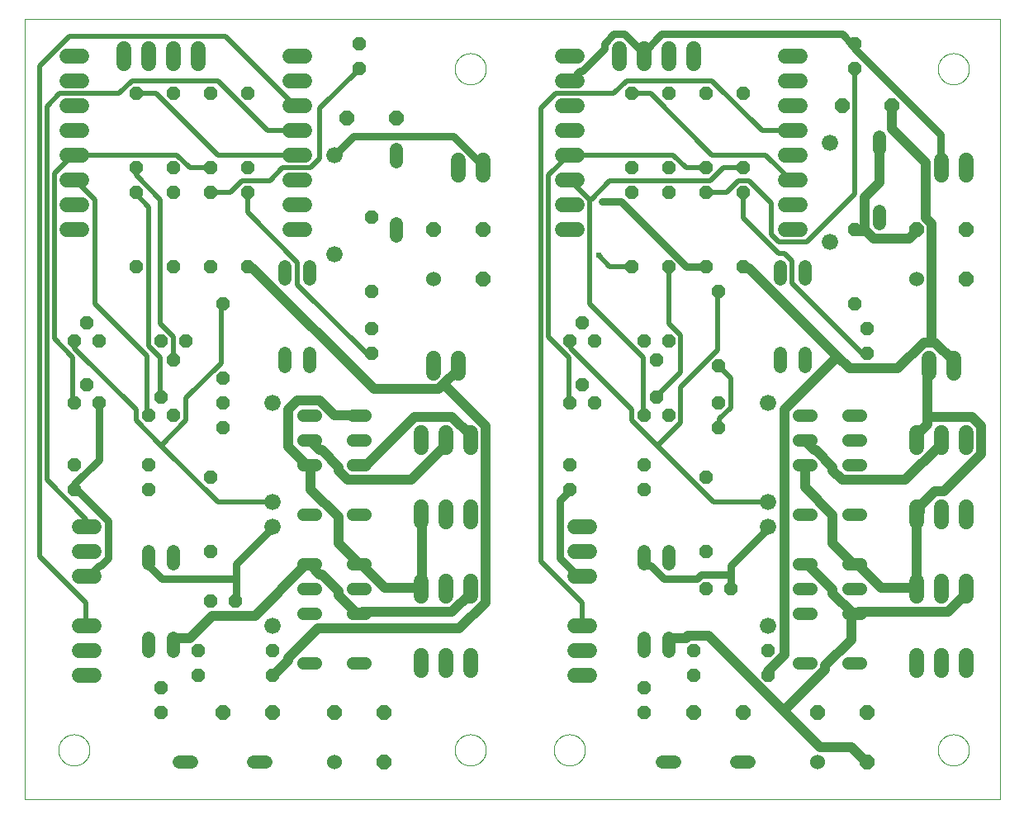
<source format=gbl>
G75*
%MOIN*%
%OFA0B0*%
%FSLAX25Y25*%
%IPPOS*%
%LPD*%
%AMOC8*
5,1,8,0,0,1.08239X$1,22.5*
%
%ADD10C,0.00000*%
%ADD11C,0.06000*%
%ADD12OC8,0.06000*%
%ADD13C,0.06600*%
%ADD14C,0.05200*%
%ADD15C,0.06000*%
%ADD16C,0.05150*%
%ADD17OC8,0.05200*%
%ADD18C,0.02000*%
%ADD19C,0.03000*%
%ADD20C,0.04000*%
%ADD21C,0.02381*%
D10*
X0001000Y0002600D02*
X0001000Y0317561D01*
X0394701Y0317561D01*
X0394701Y0002600D01*
X0001000Y0002600D01*
X0014701Y0022600D02*
X0014703Y0022758D01*
X0014709Y0022916D01*
X0014719Y0023074D01*
X0014733Y0023232D01*
X0014751Y0023389D01*
X0014772Y0023546D01*
X0014798Y0023702D01*
X0014828Y0023858D01*
X0014861Y0024013D01*
X0014899Y0024166D01*
X0014940Y0024319D01*
X0014985Y0024471D01*
X0015034Y0024622D01*
X0015087Y0024771D01*
X0015143Y0024919D01*
X0015203Y0025065D01*
X0015267Y0025210D01*
X0015335Y0025353D01*
X0015406Y0025495D01*
X0015480Y0025635D01*
X0015558Y0025772D01*
X0015640Y0025908D01*
X0015724Y0026042D01*
X0015813Y0026173D01*
X0015904Y0026302D01*
X0015999Y0026429D01*
X0016096Y0026554D01*
X0016197Y0026676D01*
X0016301Y0026795D01*
X0016408Y0026912D01*
X0016518Y0027026D01*
X0016631Y0027137D01*
X0016746Y0027246D01*
X0016864Y0027351D01*
X0016985Y0027453D01*
X0017108Y0027553D01*
X0017234Y0027649D01*
X0017362Y0027742D01*
X0017492Y0027832D01*
X0017625Y0027918D01*
X0017760Y0028002D01*
X0017896Y0028081D01*
X0018035Y0028158D01*
X0018176Y0028230D01*
X0018318Y0028300D01*
X0018462Y0028365D01*
X0018608Y0028427D01*
X0018755Y0028485D01*
X0018904Y0028540D01*
X0019054Y0028591D01*
X0019205Y0028638D01*
X0019357Y0028681D01*
X0019510Y0028720D01*
X0019665Y0028756D01*
X0019820Y0028787D01*
X0019976Y0028815D01*
X0020132Y0028839D01*
X0020289Y0028859D01*
X0020447Y0028875D01*
X0020604Y0028887D01*
X0020763Y0028895D01*
X0020921Y0028899D01*
X0021079Y0028899D01*
X0021237Y0028895D01*
X0021396Y0028887D01*
X0021553Y0028875D01*
X0021711Y0028859D01*
X0021868Y0028839D01*
X0022024Y0028815D01*
X0022180Y0028787D01*
X0022335Y0028756D01*
X0022490Y0028720D01*
X0022643Y0028681D01*
X0022795Y0028638D01*
X0022946Y0028591D01*
X0023096Y0028540D01*
X0023245Y0028485D01*
X0023392Y0028427D01*
X0023538Y0028365D01*
X0023682Y0028300D01*
X0023824Y0028230D01*
X0023965Y0028158D01*
X0024104Y0028081D01*
X0024240Y0028002D01*
X0024375Y0027918D01*
X0024508Y0027832D01*
X0024638Y0027742D01*
X0024766Y0027649D01*
X0024892Y0027553D01*
X0025015Y0027453D01*
X0025136Y0027351D01*
X0025254Y0027246D01*
X0025369Y0027137D01*
X0025482Y0027026D01*
X0025592Y0026912D01*
X0025699Y0026795D01*
X0025803Y0026676D01*
X0025904Y0026554D01*
X0026001Y0026429D01*
X0026096Y0026302D01*
X0026187Y0026173D01*
X0026276Y0026042D01*
X0026360Y0025908D01*
X0026442Y0025772D01*
X0026520Y0025635D01*
X0026594Y0025495D01*
X0026665Y0025353D01*
X0026733Y0025210D01*
X0026797Y0025065D01*
X0026857Y0024919D01*
X0026913Y0024771D01*
X0026966Y0024622D01*
X0027015Y0024471D01*
X0027060Y0024319D01*
X0027101Y0024166D01*
X0027139Y0024013D01*
X0027172Y0023858D01*
X0027202Y0023702D01*
X0027228Y0023546D01*
X0027249Y0023389D01*
X0027267Y0023232D01*
X0027281Y0023074D01*
X0027291Y0022916D01*
X0027297Y0022758D01*
X0027299Y0022600D01*
X0027297Y0022442D01*
X0027291Y0022284D01*
X0027281Y0022126D01*
X0027267Y0021968D01*
X0027249Y0021811D01*
X0027228Y0021654D01*
X0027202Y0021498D01*
X0027172Y0021342D01*
X0027139Y0021187D01*
X0027101Y0021034D01*
X0027060Y0020881D01*
X0027015Y0020729D01*
X0026966Y0020578D01*
X0026913Y0020429D01*
X0026857Y0020281D01*
X0026797Y0020135D01*
X0026733Y0019990D01*
X0026665Y0019847D01*
X0026594Y0019705D01*
X0026520Y0019565D01*
X0026442Y0019428D01*
X0026360Y0019292D01*
X0026276Y0019158D01*
X0026187Y0019027D01*
X0026096Y0018898D01*
X0026001Y0018771D01*
X0025904Y0018646D01*
X0025803Y0018524D01*
X0025699Y0018405D01*
X0025592Y0018288D01*
X0025482Y0018174D01*
X0025369Y0018063D01*
X0025254Y0017954D01*
X0025136Y0017849D01*
X0025015Y0017747D01*
X0024892Y0017647D01*
X0024766Y0017551D01*
X0024638Y0017458D01*
X0024508Y0017368D01*
X0024375Y0017282D01*
X0024240Y0017198D01*
X0024104Y0017119D01*
X0023965Y0017042D01*
X0023824Y0016970D01*
X0023682Y0016900D01*
X0023538Y0016835D01*
X0023392Y0016773D01*
X0023245Y0016715D01*
X0023096Y0016660D01*
X0022946Y0016609D01*
X0022795Y0016562D01*
X0022643Y0016519D01*
X0022490Y0016480D01*
X0022335Y0016444D01*
X0022180Y0016413D01*
X0022024Y0016385D01*
X0021868Y0016361D01*
X0021711Y0016341D01*
X0021553Y0016325D01*
X0021396Y0016313D01*
X0021237Y0016305D01*
X0021079Y0016301D01*
X0020921Y0016301D01*
X0020763Y0016305D01*
X0020604Y0016313D01*
X0020447Y0016325D01*
X0020289Y0016341D01*
X0020132Y0016361D01*
X0019976Y0016385D01*
X0019820Y0016413D01*
X0019665Y0016444D01*
X0019510Y0016480D01*
X0019357Y0016519D01*
X0019205Y0016562D01*
X0019054Y0016609D01*
X0018904Y0016660D01*
X0018755Y0016715D01*
X0018608Y0016773D01*
X0018462Y0016835D01*
X0018318Y0016900D01*
X0018176Y0016970D01*
X0018035Y0017042D01*
X0017896Y0017119D01*
X0017760Y0017198D01*
X0017625Y0017282D01*
X0017492Y0017368D01*
X0017362Y0017458D01*
X0017234Y0017551D01*
X0017108Y0017647D01*
X0016985Y0017747D01*
X0016864Y0017849D01*
X0016746Y0017954D01*
X0016631Y0018063D01*
X0016518Y0018174D01*
X0016408Y0018288D01*
X0016301Y0018405D01*
X0016197Y0018524D01*
X0016096Y0018646D01*
X0015999Y0018771D01*
X0015904Y0018898D01*
X0015813Y0019027D01*
X0015724Y0019158D01*
X0015640Y0019292D01*
X0015558Y0019428D01*
X0015480Y0019565D01*
X0015406Y0019705D01*
X0015335Y0019847D01*
X0015267Y0019990D01*
X0015203Y0020135D01*
X0015143Y0020281D01*
X0015087Y0020429D01*
X0015034Y0020578D01*
X0014985Y0020729D01*
X0014940Y0020881D01*
X0014899Y0021034D01*
X0014861Y0021187D01*
X0014828Y0021342D01*
X0014798Y0021498D01*
X0014772Y0021654D01*
X0014751Y0021811D01*
X0014733Y0021968D01*
X0014719Y0022126D01*
X0014709Y0022284D01*
X0014703Y0022442D01*
X0014701Y0022600D01*
X0174701Y0022600D02*
X0174703Y0022758D01*
X0174709Y0022916D01*
X0174719Y0023074D01*
X0174733Y0023232D01*
X0174751Y0023389D01*
X0174772Y0023546D01*
X0174798Y0023702D01*
X0174828Y0023858D01*
X0174861Y0024013D01*
X0174899Y0024166D01*
X0174940Y0024319D01*
X0174985Y0024471D01*
X0175034Y0024622D01*
X0175087Y0024771D01*
X0175143Y0024919D01*
X0175203Y0025065D01*
X0175267Y0025210D01*
X0175335Y0025353D01*
X0175406Y0025495D01*
X0175480Y0025635D01*
X0175558Y0025772D01*
X0175640Y0025908D01*
X0175724Y0026042D01*
X0175813Y0026173D01*
X0175904Y0026302D01*
X0175999Y0026429D01*
X0176096Y0026554D01*
X0176197Y0026676D01*
X0176301Y0026795D01*
X0176408Y0026912D01*
X0176518Y0027026D01*
X0176631Y0027137D01*
X0176746Y0027246D01*
X0176864Y0027351D01*
X0176985Y0027453D01*
X0177108Y0027553D01*
X0177234Y0027649D01*
X0177362Y0027742D01*
X0177492Y0027832D01*
X0177625Y0027918D01*
X0177760Y0028002D01*
X0177896Y0028081D01*
X0178035Y0028158D01*
X0178176Y0028230D01*
X0178318Y0028300D01*
X0178462Y0028365D01*
X0178608Y0028427D01*
X0178755Y0028485D01*
X0178904Y0028540D01*
X0179054Y0028591D01*
X0179205Y0028638D01*
X0179357Y0028681D01*
X0179510Y0028720D01*
X0179665Y0028756D01*
X0179820Y0028787D01*
X0179976Y0028815D01*
X0180132Y0028839D01*
X0180289Y0028859D01*
X0180447Y0028875D01*
X0180604Y0028887D01*
X0180763Y0028895D01*
X0180921Y0028899D01*
X0181079Y0028899D01*
X0181237Y0028895D01*
X0181396Y0028887D01*
X0181553Y0028875D01*
X0181711Y0028859D01*
X0181868Y0028839D01*
X0182024Y0028815D01*
X0182180Y0028787D01*
X0182335Y0028756D01*
X0182490Y0028720D01*
X0182643Y0028681D01*
X0182795Y0028638D01*
X0182946Y0028591D01*
X0183096Y0028540D01*
X0183245Y0028485D01*
X0183392Y0028427D01*
X0183538Y0028365D01*
X0183682Y0028300D01*
X0183824Y0028230D01*
X0183965Y0028158D01*
X0184104Y0028081D01*
X0184240Y0028002D01*
X0184375Y0027918D01*
X0184508Y0027832D01*
X0184638Y0027742D01*
X0184766Y0027649D01*
X0184892Y0027553D01*
X0185015Y0027453D01*
X0185136Y0027351D01*
X0185254Y0027246D01*
X0185369Y0027137D01*
X0185482Y0027026D01*
X0185592Y0026912D01*
X0185699Y0026795D01*
X0185803Y0026676D01*
X0185904Y0026554D01*
X0186001Y0026429D01*
X0186096Y0026302D01*
X0186187Y0026173D01*
X0186276Y0026042D01*
X0186360Y0025908D01*
X0186442Y0025772D01*
X0186520Y0025635D01*
X0186594Y0025495D01*
X0186665Y0025353D01*
X0186733Y0025210D01*
X0186797Y0025065D01*
X0186857Y0024919D01*
X0186913Y0024771D01*
X0186966Y0024622D01*
X0187015Y0024471D01*
X0187060Y0024319D01*
X0187101Y0024166D01*
X0187139Y0024013D01*
X0187172Y0023858D01*
X0187202Y0023702D01*
X0187228Y0023546D01*
X0187249Y0023389D01*
X0187267Y0023232D01*
X0187281Y0023074D01*
X0187291Y0022916D01*
X0187297Y0022758D01*
X0187299Y0022600D01*
X0187297Y0022442D01*
X0187291Y0022284D01*
X0187281Y0022126D01*
X0187267Y0021968D01*
X0187249Y0021811D01*
X0187228Y0021654D01*
X0187202Y0021498D01*
X0187172Y0021342D01*
X0187139Y0021187D01*
X0187101Y0021034D01*
X0187060Y0020881D01*
X0187015Y0020729D01*
X0186966Y0020578D01*
X0186913Y0020429D01*
X0186857Y0020281D01*
X0186797Y0020135D01*
X0186733Y0019990D01*
X0186665Y0019847D01*
X0186594Y0019705D01*
X0186520Y0019565D01*
X0186442Y0019428D01*
X0186360Y0019292D01*
X0186276Y0019158D01*
X0186187Y0019027D01*
X0186096Y0018898D01*
X0186001Y0018771D01*
X0185904Y0018646D01*
X0185803Y0018524D01*
X0185699Y0018405D01*
X0185592Y0018288D01*
X0185482Y0018174D01*
X0185369Y0018063D01*
X0185254Y0017954D01*
X0185136Y0017849D01*
X0185015Y0017747D01*
X0184892Y0017647D01*
X0184766Y0017551D01*
X0184638Y0017458D01*
X0184508Y0017368D01*
X0184375Y0017282D01*
X0184240Y0017198D01*
X0184104Y0017119D01*
X0183965Y0017042D01*
X0183824Y0016970D01*
X0183682Y0016900D01*
X0183538Y0016835D01*
X0183392Y0016773D01*
X0183245Y0016715D01*
X0183096Y0016660D01*
X0182946Y0016609D01*
X0182795Y0016562D01*
X0182643Y0016519D01*
X0182490Y0016480D01*
X0182335Y0016444D01*
X0182180Y0016413D01*
X0182024Y0016385D01*
X0181868Y0016361D01*
X0181711Y0016341D01*
X0181553Y0016325D01*
X0181396Y0016313D01*
X0181237Y0016305D01*
X0181079Y0016301D01*
X0180921Y0016301D01*
X0180763Y0016305D01*
X0180604Y0016313D01*
X0180447Y0016325D01*
X0180289Y0016341D01*
X0180132Y0016361D01*
X0179976Y0016385D01*
X0179820Y0016413D01*
X0179665Y0016444D01*
X0179510Y0016480D01*
X0179357Y0016519D01*
X0179205Y0016562D01*
X0179054Y0016609D01*
X0178904Y0016660D01*
X0178755Y0016715D01*
X0178608Y0016773D01*
X0178462Y0016835D01*
X0178318Y0016900D01*
X0178176Y0016970D01*
X0178035Y0017042D01*
X0177896Y0017119D01*
X0177760Y0017198D01*
X0177625Y0017282D01*
X0177492Y0017368D01*
X0177362Y0017458D01*
X0177234Y0017551D01*
X0177108Y0017647D01*
X0176985Y0017747D01*
X0176864Y0017849D01*
X0176746Y0017954D01*
X0176631Y0018063D01*
X0176518Y0018174D01*
X0176408Y0018288D01*
X0176301Y0018405D01*
X0176197Y0018524D01*
X0176096Y0018646D01*
X0175999Y0018771D01*
X0175904Y0018898D01*
X0175813Y0019027D01*
X0175724Y0019158D01*
X0175640Y0019292D01*
X0175558Y0019428D01*
X0175480Y0019565D01*
X0175406Y0019705D01*
X0175335Y0019847D01*
X0175267Y0019990D01*
X0175203Y0020135D01*
X0175143Y0020281D01*
X0175087Y0020429D01*
X0175034Y0020578D01*
X0174985Y0020729D01*
X0174940Y0020881D01*
X0174899Y0021034D01*
X0174861Y0021187D01*
X0174828Y0021342D01*
X0174798Y0021498D01*
X0174772Y0021654D01*
X0174751Y0021811D01*
X0174733Y0021968D01*
X0174719Y0022126D01*
X0174709Y0022284D01*
X0174703Y0022442D01*
X0174701Y0022600D01*
X0214701Y0022600D02*
X0214703Y0022758D01*
X0214709Y0022916D01*
X0214719Y0023074D01*
X0214733Y0023232D01*
X0214751Y0023389D01*
X0214772Y0023546D01*
X0214798Y0023702D01*
X0214828Y0023858D01*
X0214861Y0024013D01*
X0214899Y0024166D01*
X0214940Y0024319D01*
X0214985Y0024471D01*
X0215034Y0024622D01*
X0215087Y0024771D01*
X0215143Y0024919D01*
X0215203Y0025065D01*
X0215267Y0025210D01*
X0215335Y0025353D01*
X0215406Y0025495D01*
X0215480Y0025635D01*
X0215558Y0025772D01*
X0215640Y0025908D01*
X0215724Y0026042D01*
X0215813Y0026173D01*
X0215904Y0026302D01*
X0215999Y0026429D01*
X0216096Y0026554D01*
X0216197Y0026676D01*
X0216301Y0026795D01*
X0216408Y0026912D01*
X0216518Y0027026D01*
X0216631Y0027137D01*
X0216746Y0027246D01*
X0216864Y0027351D01*
X0216985Y0027453D01*
X0217108Y0027553D01*
X0217234Y0027649D01*
X0217362Y0027742D01*
X0217492Y0027832D01*
X0217625Y0027918D01*
X0217760Y0028002D01*
X0217896Y0028081D01*
X0218035Y0028158D01*
X0218176Y0028230D01*
X0218318Y0028300D01*
X0218462Y0028365D01*
X0218608Y0028427D01*
X0218755Y0028485D01*
X0218904Y0028540D01*
X0219054Y0028591D01*
X0219205Y0028638D01*
X0219357Y0028681D01*
X0219510Y0028720D01*
X0219665Y0028756D01*
X0219820Y0028787D01*
X0219976Y0028815D01*
X0220132Y0028839D01*
X0220289Y0028859D01*
X0220447Y0028875D01*
X0220604Y0028887D01*
X0220763Y0028895D01*
X0220921Y0028899D01*
X0221079Y0028899D01*
X0221237Y0028895D01*
X0221396Y0028887D01*
X0221553Y0028875D01*
X0221711Y0028859D01*
X0221868Y0028839D01*
X0222024Y0028815D01*
X0222180Y0028787D01*
X0222335Y0028756D01*
X0222490Y0028720D01*
X0222643Y0028681D01*
X0222795Y0028638D01*
X0222946Y0028591D01*
X0223096Y0028540D01*
X0223245Y0028485D01*
X0223392Y0028427D01*
X0223538Y0028365D01*
X0223682Y0028300D01*
X0223824Y0028230D01*
X0223965Y0028158D01*
X0224104Y0028081D01*
X0224240Y0028002D01*
X0224375Y0027918D01*
X0224508Y0027832D01*
X0224638Y0027742D01*
X0224766Y0027649D01*
X0224892Y0027553D01*
X0225015Y0027453D01*
X0225136Y0027351D01*
X0225254Y0027246D01*
X0225369Y0027137D01*
X0225482Y0027026D01*
X0225592Y0026912D01*
X0225699Y0026795D01*
X0225803Y0026676D01*
X0225904Y0026554D01*
X0226001Y0026429D01*
X0226096Y0026302D01*
X0226187Y0026173D01*
X0226276Y0026042D01*
X0226360Y0025908D01*
X0226442Y0025772D01*
X0226520Y0025635D01*
X0226594Y0025495D01*
X0226665Y0025353D01*
X0226733Y0025210D01*
X0226797Y0025065D01*
X0226857Y0024919D01*
X0226913Y0024771D01*
X0226966Y0024622D01*
X0227015Y0024471D01*
X0227060Y0024319D01*
X0227101Y0024166D01*
X0227139Y0024013D01*
X0227172Y0023858D01*
X0227202Y0023702D01*
X0227228Y0023546D01*
X0227249Y0023389D01*
X0227267Y0023232D01*
X0227281Y0023074D01*
X0227291Y0022916D01*
X0227297Y0022758D01*
X0227299Y0022600D01*
X0227297Y0022442D01*
X0227291Y0022284D01*
X0227281Y0022126D01*
X0227267Y0021968D01*
X0227249Y0021811D01*
X0227228Y0021654D01*
X0227202Y0021498D01*
X0227172Y0021342D01*
X0227139Y0021187D01*
X0227101Y0021034D01*
X0227060Y0020881D01*
X0227015Y0020729D01*
X0226966Y0020578D01*
X0226913Y0020429D01*
X0226857Y0020281D01*
X0226797Y0020135D01*
X0226733Y0019990D01*
X0226665Y0019847D01*
X0226594Y0019705D01*
X0226520Y0019565D01*
X0226442Y0019428D01*
X0226360Y0019292D01*
X0226276Y0019158D01*
X0226187Y0019027D01*
X0226096Y0018898D01*
X0226001Y0018771D01*
X0225904Y0018646D01*
X0225803Y0018524D01*
X0225699Y0018405D01*
X0225592Y0018288D01*
X0225482Y0018174D01*
X0225369Y0018063D01*
X0225254Y0017954D01*
X0225136Y0017849D01*
X0225015Y0017747D01*
X0224892Y0017647D01*
X0224766Y0017551D01*
X0224638Y0017458D01*
X0224508Y0017368D01*
X0224375Y0017282D01*
X0224240Y0017198D01*
X0224104Y0017119D01*
X0223965Y0017042D01*
X0223824Y0016970D01*
X0223682Y0016900D01*
X0223538Y0016835D01*
X0223392Y0016773D01*
X0223245Y0016715D01*
X0223096Y0016660D01*
X0222946Y0016609D01*
X0222795Y0016562D01*
X0222643Y0016519D01*
X0222490Y0016480D01*
X0222335Y0016444D01*
X0222180Y0016413D01*
X0222024Y0016385D01*
X0221868Y0016361D01*
X0221711Y0016341D01*
X0221553Y0016325D01*
X0221396Y0016313D01*
X0221237Y0016305D01*
X0221079Y0016301D01*
X0220921Y0016301D01*
X0220763Y0016305D01*
X0220604Y0016313D01*
X0220447Y0016325D01*
X0220289Y0016341D01*
X0220132Y0016361D01*
X0219976Y0016385D01*
X0219820Y0016413D01*
X0219665Y0016444D01*
X0219510Y0016480D01*
X0219357Y0016519D01*
X0219205Y0016562D01*
X0219054Y0016609D01*
X0218904Y0016660D01*
X0218755Y0016715D01*
X0218608Y0016773D01*
X0218462Y0016835D01*
X0218318Y0016900D01*
X0218176Y0016970D01*
X0218035Y0017042D01*
X0217896Y0017119D01*
X0217760Y0017198D01*
X0217625Y0017282D01*
X0217492Y0017368D01*
X0217362Y0017458D01*
X0217234Y0017551D01*
X0217108Y0017647D01*
X0216985Y0017747D01*
X0216864Y0017849D01*
X0216746Y0017954D01*
X0216631Y0018063D01*
X0216518Y0018174D01*
X0216408Y0018288D01*
X0216301Y0018405D01*
X0216197Y0018524D01*
X0216096Y0018646D01*
X0215999Y0018771D01*
X0215904Y0018898D01*
X0215813Y0019027D01*
X0215724Y0019158D01*
X0215640Y0019292D01*
X0215558Y0019428D01*
X0215480Y0019565D01*
X0215406Y0019705D01*
X0215335Y0019847D01*
X0215267Y0019990D01*
X0215203Y0020135D01*
X0215143Y0020281D01*
X0215087Y0020429D01*
X0215034Y0020578D01*
X0214985Y0020729D01*
X0214940Y0020881D01*
X0214899Y0021034D01*
X0214861Y0021187D01*
X0214828Y0021342D01*
X0214798Y0021498D01*
X0214772Y0021654D01*
X0214751Y0021811D01*
X0214733Y0021968D01*
X0214719Y0022126D01*
X0214709Y0022284D01*
X0214703Y0022442D01*
X0214701Y0022600D01*
X0369701Y0022600D02*
X0369703Y0022758D01*
X0369709Y0022916D01*
X0369719Y0023074D01*
X0369733Y0023232D01*
X0369751Y0023389D01*
X0369772Y0023546D01*
X0369798Y0023702D01*
X0369828Y0023858D01*
X0369861Y0024013D01*
X0369899Y0024166D01*
X0369940Y0024319D01*
X0369985Y0024471D01*
X0370034Y0024622D01*
X0370087Y0024771D01*
X0370143Y0024919D01*
X0370203Y0025065D01*
X0370267Y0025210D01*
X0370335Y0025353D01*
X0370406Y0025495D01*
X0370480Y0025635D01*
X0370558Y0025772D01*
X0370640Y0025908D01*
X0370724Y0026042D01*
X0370813Y0026173D01*
X0370904Y0026302D01*
X0370999Y0026429D01*
X0371096Y0026554D01*
X0371197Y0026676D01*
X0371301Y0026795D01*
X0371408Y0026912D01*
X0371518Y0027026D01*
X0371631Y0027137D01*
X0371746Y0027246D01*
X0371864Y0027351D01*
X0371985Y0027453D01*
X0372108Y0027553D01*
X0372234Y0027649D01*
X0372362Y0027742D01*
X0372492Y0027832D01*
X0372625Y0027918D01*
X0372760Y0028002D01*
X0372896Y0028081D01*
X0373035Y0028158D01*
X0373176Y0028230D01*
X0373318Y0028300D01*
X0373462Y0028365D01*
X0373608Y0028427D01*
X0373755Y0028485D01*
X0373904Y0028540D01*
X0374054Y0028591D01*
X0374205Y0028638D01*
X0374357Y0028681D01*
X0374510Y0028720D01*
X0374665Y0028756D01*
X0374820Y0028787D01*
X0374976Y0028815D01*
X0375132Y0028839D01*
X0375289Y0028859D01*
X0375447Y0028875D01*
X0375604Y0028887D01*
X0375763Y0028895D01*
X0375921Y0028899D01*
X0376079Y0028899D01*
X0376237Y0028895D01*
X0376396Y0028887D01*
X0376553Y0028875D01*
X0376711Y0028859D01*
X0376868Y0028839D01*
X0377024Y0028815D01*
X0377180Y0028787D01*
X0377335Y0028756D01*
X0377490Y0028720D01*
X0377643Y0028681D01*
X0377795Y0028638D01*
X0377946Y0028591D01*
X0378096Y0028540D01*
X0378245Y0028485D01*
X0378392Y0028427D01*
X0378538Y0028365D01*
X0378682Y0028300D01*
X0378824Y0028230D01*
X0378965Y0028158D01*
X0379104Y0028081D01*
X0379240Y0028002D01*
X0379375Y0027918D01*
X0379508Y0027832D01*
X0379638Y0027742D01*
X0379766Y0027649D01*
X0379892Y0027553D01*
X0380015Y0027453D01*
X0380136Y0027351D01*
X0380254Y0027246D01*
X0380369Y0027137D01*
X0380482Y0027026D01*
X0380592Y0026912D01*
X0380699Y0026795D01*
X0380803Y0026676D01*
X0380904Y0026554D01*
X0381001Y0026429D01*
X0381096Y0026302D01*
X0381187Y0026173D01*
X0381276Y0026042D01*
X0381360Y0025908D01*
X0381442Y0025772D01*
X0381520Y0025635D01*
X0381594Y0025495D01*
X0381665Y0025353D01*
X0381733Y0025210D01*
X0381797Y0025065D01*
X0381857Y0024919D01*
X0381913Y0024771D01*
X0381966Y0024622D01*
X0382015Y0024471D01*
X0382060Y0024319D01*
X0382101Y0024166D01*
X0382139Y0024013D01*
X0382172Y0023858D01*
X0382202Y0023702D01*
X0382228Y0023546D01*
X0382249Y0023389D01*
X0382267Y0023232D01*
X0382281Y0023074D01*
X0382291Y0022916D01*
X0382297Y0022758D01*
X0382299Y0022600D01*
X0382297Y0022442D01*
X0382291Y0022284D01*
X0382281Y0022126D01*
X0382267Y0021968D01*
X0382249Y0021811D01*
X0382228Y0021654D01*
X0382202Y0021498D01*
X0382172Y0021342D01*
X0382139Y0021187D01*
X0382101Y0021034D01*
X0382060Y0020881D01*
X0382015Y0020729D01*
X0381966Y0020578D01*
X0381913Y0020429D01*
X0381857Y0020281D01*
X0381797Y0020135D01*
X0381733Y0019990D01*
X0381665Y0019847D01*
X0381594Y0019705D01*
X0381520Y0019565D01*
X0381442Y0019428D01*
X0381360Y0019292D01*
X0381276Y0019158D01*
X0381187Y0019027D01*
X0381096Y0018898D01*
X0381001Y0018771D01*
X0380904Y0018646D01*
X0380803Y0018524D01*
X0380699Y0018405D01*
X0380592Y0018288D01*
X0380482Y0018174D01*
X0380369Y0018063D01*
X0380254Y0017954D01*
X0380136Y0017849D01*
X0380015Y0017747D01*
X0379892Y0017647D01*
X0379766Y0017551D01*
X0379638Y0017458D01*
X0379508Y0017368D01*
X0379375Y0017282D01*
X0379240Y0017198D01*
X0379104Y0017119D01*
X0378965Y0017042D01*
X0378824Y0016970D01*
X0378682Y0016900D01*
X0378538Y0016835D01*
X0378392Y0016773D01*
X0378245Y0016715D01*
X0378096Y0016660D01*
X0377946Y0016609D01*
X0377795Y0016562D01*
X0377643Y0016519D01*
X0377490Y0016480D01*
X0377335Y0016444D01*
X0377180Y0016413D01*
X0377024Y0016385D01*
X0376868Y0016361D01*
X0376711Y0016341D01*
X0376553Y0016325D01*
X0376396Y0016313D01*
X0376237Y0016305D01*
X0376079Y0016301D01*
X0375921Y0016301D01*
X0375763Y0016305D01*
X0375604Y0016313D01*
X0375447Y0016325D01*
X0375289Y0016341D01*
X0375132Y0016361D01*
X0374976Y0016385D01*
X0374820Y0016413D01*
X0374665Y0016444D01*
X0374510Y0016480D01*
X0374357Y0016519D01*
X0374205Y0016562D01*
X0374054Y0016609D01*
X0373904Y0016660D01*
X0373755Y0016715D01*
X0373608Y0016773D01*
X0373462Y0016835D01*
X0373318Y0016900D01*
X0373176Y0016970D01*
X0373035Y0017042D01*
X0372896Y0017119D01*
X0372760Y0017198D01*
X0372625Y0017282D01*
X0372492Y0017368D01*
X0372362Y0017458D01*
X0372234Y0017551D01*
X0372108Y0017647D01*
X0371985Y0017747D01*
X0371864Y0017849D01*
X0371746Y0017954D01*
X0371631Y0018063D01*
X0371518Y0018174D01*
X0371408Y0018288D01*
X0371301Y0018405D01*
X0371197Y0018524D01*
X0371096Y0018646D01*
X0370999Y0018771D01*
X0370904Y0018898D01*
X0370813Y0019027D01*
X0370724Y0019158D01*
X0370640Y0019292D01*
X0370558Y0019428D01*
X0370480Y0019565D01*
X0370406Y0019705D01*
X0370335Y0019847D01*
X0370267Y0019990D01*
X0370203Y0020135D01*
X0370143Y0020281D01*
X0370087Y0020429D01*
X0370034Y0020578D01*
X0369985Y0020729D01*
X0369940Y0020881D01*
X0369899Y0021034D01*
X0369861Y0021187D01*
X0369828Y0021342D01*
X0369798Y0021498D01*
X0369772Y0021654D01*
X0369751Y0021811D01*
X0369733Y0021968D01*
X0369719Y0022126D01*
X0369709Y0022284D01*
X0369703Y0022442D01*
X0369701Y0022600D01*
X0369701Y0297600D02*
X0369703Y0297758D01*
X0369709Y0297916D01*
X0369719Y0298074D01*
X0369733Y0298232D01*
X0369751Y0298389D01*
X0369772Y0298546D01*
X0369798Y0298702D01*
X0369828Y0298858D01*
X0369861Y0299013D01*
X0369899Y0299166D01*
X0369940Y0299319D01*
X0369985Y0299471D01*
X0370034Y0299622D01*
X0370087Y0299771D01*
X0370143Y0299919D01*
X0370203Y0300065D01*
X0370267Y0300210D01*
X0370335Y0300353D01*
X0370406Y0300495D01*
X0370480Y0300635D01*
X0370558Y0300772D01*
X0370640Y0300908D01*
X0370724Y0301042D01*
X0370813Y0301173D01*
X0370904Y0301302D01*
X0370999Y0301429D01*
X0371096Y0301554D01*
X0371197Y0301676D01*
X0371301Y0301795D01*
X0371408Y0301912D01*
X0371518Y0302026D01*
X0371631Y0302137D01*
X0371746Y0302246D01*
X0371864Y0302351D01*
X0371985Y0302453D01*
X0372108Y0302553D01*
X0372234Y0302649D01*
X0372362Y0302742D01*
X0372492Y0302832D01*
X0372625Y0302918D01*
X0372760Y0303002D01*
X0372896Y0303081D01*
X0373035Y0303158D01*
X0373176Y0303230D01*
X0373318Y0303300D01*
X0373462Y0303365D01*
X0373608Y0303427D01*
X0373755Y0303485D01*
X0373904Y0303540D01*
X0374054Y0303591D01*
X0374205Y0303638D01*
X0374357Y0303681D01*
X0374510Y0303720D01*
X0374665Y0303756D01*
X0374820Y0303787D01*
X0374976Y0303815D01*
X0375132Y0303839D01*
X0375289Y0303859D01*
X0375447Y0303875D01*
X0375604Y0303887D01*
X0375763Y0303895D01*
X0375921Y0303899D01*
X0376079Y0303899D01*
X0376237Y0303895D01*
X0376396Y0303887D01*
X0376553Y0303875D01*
X0376711Y0303859D01*
X0376868Y0303839D01*
X0377024Y0303815D01*
X0377180Y0303787D01*
X0377335Y0303756D01*
X0377490Y0303720D01*
X0377643Y0303681D01*
X0377795Y0303638D01*
X0377946Y0303591D01*
X0378096Y0303540D01*
X0378245Y0303485D01*
X0378392Y0303427D01*
X0378538Y0303365D01*
X0378682Y0303300D01*
X0378824Y0303230D01*
X0378965Y0303158D01*
X0379104Y0303081D01*
X0379240Y0303002D01*
X0379375Y0302918D01*
X0379508Y0302832D01*
X0379638Y0302742D01*
X0379766Y0302649D01*
X0379892Y0302553D01*
X0380015Y0302453D01*
X0380136Y0302351D01*
X0380254Y0302246D01*
X0380369Y0302137D01*
X0380482Y0302026D01*
X0380592Y0301912D01*
X0380699Y0301795D01*
X0380803Y0301676D01*
X0380904Y0301554D01*
X0381001Y0301429D01*
X0381096Y0301302D01*
X0381187Y0301173D01*
X0381276Y0301042D01*
X0381360Y0300908D01*
X0381442Y0300772D01*
X0381520Y0300635D01*
X0381594Y0300495D01*
X0381665Y0300353D01*
X0381733Y0300210D01*
X0381797Y0300065D01*
X0381857Y0299919D01*
X0381913Y0299771D01*
X0381966Y0299622D01*
X0382015Y0299471D01*
X0382060Y0299319D01*
X0382101Y0299166D01*
X0382139Y0299013D01*
X0382172Y0298858D01*
X0382202Y0298702D01*
X0382228Y0298546D01*
X0382249Y0298389D01*
X0382267Y0298232D01*
X0382281Y0298074D01*
X0382291Y0297916D01*
X0382297Y0297758D01*
X0382299Y0297600D01*
X0382297Y0297442D01*
X0382291Y0297284D01*
X0382281Y0297126D01*
X0382267Y0296968D01*
X0382249Y0296811D01*
X0382228Y0296654D01*
X0382202Y0296498D01*
X0382172Y0296342D01*
X0382139Y0296187D01*
X0382101Y0296034D01*
X0382060Y0295881D01*
X0382015Y0295729D01*
X0381966Y0295578D01*
X0381913Y0295429D01*
X0381857Y0295281D01*
X0381797Y0295135D01*
X0381733Y0294990D01*
X0381665Y0294847D01*
X0381594Y0294705D01*
X0381520Y0294565D01*
X0381442Y0294428D01*
X0381360Y0294292D01*
X0381276Y0294158D01*
X0381187Y0294027D01*
X0381096Y0293898D01*
X0381001Y0293771D01*
X0380904Y0293646D01*
X0380803Y0293524D01*
X0380699Y0293405D01*
X0380592Y0293288D01*
X0380482Y0293174D01*
X0380369Y0293063D01*
X0380254Y0292954D01*
X0380136Y0292849D01*
X0380015Y0292747D01*
X0379892Y0292647D01*
X0379766Y0292551D01*
X0379638Y0292458D01*
X0379508Y0292368D01*
X0379375Y0292282D01*
X0379240Y0292198D01*
X0379104Y0292119D01*
X0378965Y0292042D01*
X0378824Y0291970D01*
X0378682Y0291900D01*
X0378538Y0291835D01*
X0378392Y0291773D01*
X0378245Y0291715D01*
X0378096Y0291660D01*
X0377946Y0291609D01*
X0377795Y0291562D01*
X0377643Y0291519D01*
X0377490Y0291480D01*
X0377335Y0291444D01*
X0377180Y0291413D01*
X0377024Y0291385D01*
X0376868Y0291361D01*
X0376711Y0291341D01*
X0376553Y0291325D01*
X0376396Y0291313D01*
X0376237Y0291305D01*
X0376079Y0291301D01*
X0375921Y0291301D01*
X0375763Y0291305D01*
X0375604Y0291313D01*
X0375447Y0291325D01*
X0375289Y0291341D01*
X0375132Y0291361D01*
X0374976Y0291385D01*
X0374820Y0291413D01*
X0374665Y0291444D01*
X0374510Y0291480D01*
X0374357Y0291519D01*
X0374205Y0291562D01*
X0374054Y0291609D01*
X0373904Y0291660D01*
X0373755Y0291715D01*
X0373608Y0291773D01*
X0373462Y0291835D01*
X0373318Y0291900D01*
X0373176Y0291970D01*
X0373035Y0292042D01*
X0372896Y0292119D01*
X0372760Y0292198D01*
X0372625Y0292282D01*
X0372492Y0292368D01*
X0372362Y0292458D01*
X0372234Y0292551D01*
X0372108Y0292647D01*
X0371985Y0292747D01*
X0371864Y0292849D01*
X0371746Y0292954D01*
X0371631Y0293063D01*
X0371518Y0293174D01*
X0371408Y0293288D01*
X0371301Y0293405D01*
X0371197Y0293524D01*
X0371096Y0293646D01*
X0370999Y0293771D01*
X0370904Y0293898D01*
X0370813Y0294027D01*
X0370724Y0294158D01*
X0370640Y0294292D01*
X0370558Y0294428D01*
X0370480Y0294565D01*
X0370406Y0294705D01*
X0370335Y0294847D01*
X0370267Y0294990D01*
X0370203Y0295135D01*
X0370143Y0295281D01*
X0370087Y0295429D01*
X0370034Y0295578D01*
X0369985Y0295729D01*
X0369940Y0295881D01*
X0369899Y0296034D01*
X0369861Y0296187D01*
X0369828Y0296342D01*
X0369798Y0296498D01*
X0369772Y0296654D01*
X0369751Y0296811D01*
X0369733Y0296968D01*
X0369719Y0297126D01*
X0369709Y0297284D01*
X0369703Y0297442D01*
X0369701Y0297600D01*
X0174701Y0297600D02*
X0174703Y0297758D01*
X0174709Y0297916D01*
X0174719Y0298074D01*
X0174733Y0298232D01*
X0174751Y0298389D01*
X0174772Y0298546D01*
X0174798Y0298702D01*
X0174828Y0298858D01*
X0174861Y0299013D01*
X0174899Y0299166D01*
X0174940Y0299319D01*
X0174985Y0299471D01*
X0175034Y0299622D01*
X0175087Y0299771D01*
X0175143Y0299919D01*
X0175203Y0300065D01*
X0175267Y0300210D01*
X0175335Y0300353D01*
X0175406Y0300495D01*
X0175480Y0300635D01*
X0175558Y0300772D01*
X0175640Y0300908D01*
X0175724Y0301042D01*
X0175813Y0301173D01*
X0175904Y0301302D01*
X0175999Y0301429D01*
X0176096Y0301554D01*
X0176197Y0301676D01*
X0176301Y0301795D01*
X0176408Y0301912D01*
X0176518Y0302026D01*
X0176631Y0302137D01*
X0176746Y0302246D01*
X0176864Y0302351D01*
X0176985Y0302453D01*
X0177108Y0302553D01*
X0177234Y0302649D01*
X0177362Y0302742D01*
X0177492Y0302832D01*
X0177625Y0302918D01*
X0177760Y0303002D01*
X0177896Y0303081D01*
X0178035Y0303158D01*
X0178176Y0303230D01*
X0178318Y0303300D01*
X0178462Y0303365D01*
X0178608Y0303427D01*
X0178755Y0303485D01*
X0178904Y0303540D01*
X0179054Y0303591D01*
X0179205Y0303638D01*
X0179357Y0303681D01*
X0179510Y0303720D01*
X0179665Y0303756D01*
X0179820Y0303787D01*
X0179976Y0303815D01*
X0180132Y0303839D01*
X0180289Y0303859D01*
X0180447Y0303875D01*
X0180604Y0303887D01*
X0180763Y0303895D01*
X0180921Y0303899D01*
X0181079Y0303899D01*
X0181237Y0303895D01*
X0181396Y0303887D01*
X0181553Y0303875D01*
X0181711Y0303859D01*
X0181868Y0303839D01*
X0182024Y0303815D01*
X0182180Y0303787D01*
X0182335Y0303756D01*
X0182490Y0303720D01*
X0182643Y0303681D01*
X0182795Y0303638D01*
X0182946Y0303591D01*
X0183096Y0303540D01*
X0183245Y0303485D01*
X0183392Y0303427D01*
X0183538Y0303365D01*
X0183682Y0303300D01*
X0183824Y0303230D01*
X0183965Y0303158D01*
X0184104Y0303081D01*
X0184240Y0303002D01*
X0184375Y0302918D01*
X0184508Y0302832D01*
X0184638Y0302742D01*
X0184766Y0302649D01*
X0184892Y0302553D01*
X0185015Y0302453D01*
X0185136Y0302351D01*
X0185254Y0302246D01*
X0185369Y0302137D01*
X0185482Y0302026D01*
X0185592Y0301912D01*
X0185699Y0301795D01*
X0185803Y0301676D01*
X0185904Y0301554D01*
X0186001Y0301429D01*
X0186096Y0301302D01*
X0186187Y0301173D01*
X0186276Y0301042D01*
X0186360Y0300908D01*
X0186442Y0300772D01*
X0186520Y0300635D01*
X0186594Y0300495D01*
X0186665Y0300353D01*
X0186733Y0300210D01*
X0186797Y0300065D01*
X0186857Y0299919D01*
X0186913Y0299771D01*
X0186966Y0299622D01*
X0187015Y0299471D01*
X0187060Y0299319D01*
X0187101Y0299166D01*
X0187139Y0299013D01*
X0187172Y0298858D01*
X0187202Y0298702D01*
X0187228Y0298546D01*
X0187249Y0298389D01*
X0187267Y0298232D01*
X0187281Y0298074D01*
X0187291Y0297916D01*
X0187297Y0297758D01*
X0187299Y0297600D01*
X0187297Y0297442D01*
X0187291Y0297284D01*
X0187281Y0297126D01*
X0187267Y0296968D01*
X0187249Y0296811D01*
X0187228Y0296654D01*
X0187202Y0296498D01*
X0187172Y0296342D01*
X0187139Y0296187D01*
X0187101Y0296034D01*
X0187060Y0295881D01*
X0187015Y0295729D01*
X0186966Y0295578D01*
X0186913Y0295429D01*
X0186857Y0295281D01*
X0186797Y0295135D01*
X0186733Y0294990D01*
X0186665Y0294847D01*
X0186594Y0294705D01*
X0186520Y0294565D01*
X0186442Y0294428D01*
X0186360Y0294292D01*
X0186276Y0294158D01*
X0186187Y0294027D01*
X0186096Y0293898D01*
X0186001Y0293771D01*
X0185904Y0293646D01*
X0185803Y0293524D01*
X0185699Y0293405D01*
X0185592Y0293288D01*
X0185482Y0293174D01*
X0185369Y0293063D01*
X0185254Y0292954D01*
X0185136Y0292849D01*
X0185015Y0292747D01*
X0184892Y0292647D01*
X0184766Y0292551D01*
X0184638Y0292458D01*
X0184508Y0292368D01*
X0184375Y0292282D01*
X0184240Y0292198D01*
X0184104Y0292119D01*
X0183965Y0292042D01*
X0183824Y0291970D01*
X0183682Y0291900D01*
X0183538Y0291835D01*
X0183392Y0291773D01*
X0183245Y0291715D01*
X0183096Y0291660D01*
X0182946Y0291609D01*
X0182795Y0291562D01*
X0182643Y0291519D01*
X0182490Y0291480D01*
X0182335Y0291444D01*
X0182180Y0291413D01*
X0182024Y0291385D01*
X0181868Y0291361D01*
X0181711Y0291341D01*
X0181553Y0291325D01*
X0181396Y0291313D01*
X0181237Y0291305D01*
X0181079Y0291301D01*
X0180921Y0291301D01*
X0180763Y0291305D01*
X0180604Y0291313D01*
X0180447Y0291325D01*
X0180289Y0291341D01*
X0180132Y0291361D01*
X0179976Y0291385D01*
X0179820Y0291413D01*
X0179665Y0291444D01*
X0179510Y0291480D01*
X0179357Y0291519D01*
X0179205Y0291562D01*
X0179054Y0291609D01*
X0178904Y0291660D01*
X0178755Y0291715D01*
X0178608Y0291773D01*
X0178462Y0291835D01*
X0178318Y0291900D01*
X0178176Y0291970D01*
X0178035Y0292042D01*
X0177896Y0292119D01*
X0177760Y0292198D01*
X0177625Y0292282D01*
X0177492Y0292368D01*
X0177362Y0292458D01*
X0177234Y0292551D01*
X0177108Y0292647D01*
X0176985Y0292747D01*
X0176864Y0292849D01*
X0176746Y0292954D01*
X0176631Y0293063D01*
X0176518Y0293174D01*
X0176408Y0293288D01*
X0176301Y0293405D01*
X0176197Y0293524D01*
X0176096Y0293646D01*
X0175999Y0293771D01*
X0175904Y0293898D01*
X0175813Y0294027D01*
X0175724Y0294158D01*
X0175640Y0294292D01*
X0175558Y0294428D01*
X0175480Y0294565D01*
X0175406Y0294705D01*
X0175335Y0294847D01*
X0175267Y0294990D01*
X0175203Y0295135D01*
X0175143Y0295281D01*
X0175087Y0295429D01*
X0175034Y0295578D01*
X0174985Y0295729D01*
X0174940Y0295881D01*
X0174899Y0296034D01*
X0174861Y0296187D01*
X0174828Y0296342D01*
X0174798Y0296498D01*
X0174772Y0296654D01*
X0174751Y0296811D01*
X0174733Y0296968D01*
X0174719Y0297126D01*
X0174709Y0297284D01*
X0174703Y0297442D01*
X0174701Y0297600D01*
D11*
X0166000Y0212600D03*
X0361000Y0212600D03*
X0321000Y0017600D03*
X0126000Y0017600D03*
D12*
X0146000Y0017600D03*
X0146000Y0037600D03*
X0126000Y0037600D03*
X0101000Y0037600D03*
X0081000Y0037600D03*
X0271000Y0037600D03*
X0291000Y0037600D03*
X0321000Y0037600D03*
X0341000Y0037600D03*
X0341000Y0017600D03*
X0381000Y0212600D03*
X0381000Y0232600D03*
X0361000Y0232600D03*
X0351000Y0282600D03*
X0331000Y0282600D03*
X0186000Y0232600D03*
X0166000Y0232600D03*
X0186000Y0212600D03*
X0151000Y0277600D03*
X0131000Y0277600D03*
D13*
X0126000Y0262600D03*
X0126000Y0222600D03*
X0101000Y0162600D03*
X0101000Y0122600D03*
X0101000Y0112600D03*
X0101000Y0072600D03*
X0301000Y0072600D03*
X0301000Y0112600D03*
X0301000Y0122600D03*
X0301000Y0162600D03*
X0326000Y0227600D03*
X0326000Y0267600D03*
D14*
X0346000Y0270200D02*
X0346000Y0265000D01*
X0346000Y0240200D02*
X0346000Y0235000D01*
X0316000Y0217800D02*
X0316000Y0212600D01*
X0306000Y0212600D02*
X0306000Y0217800D01*
X0306000Y0182600D02*
X0306000Y0177400D01*
X0316000Y0177400D02*
X0316000Y0182600D01*
X0261000Y0102800D02*
X0261000Y0097600D01*
X0251000Y0097600D02*
X0251000Y0102800D01*
X0251000Y0067600D02*
X0251000Y0062400D01*
X0261000Y0062400D02*
X0261000Y0067600D01*
X0263600Y0017600D02*
X0258400Y0017600D01*
X0288400Y0017600D02*
X0293600Y0017600D01*
X0098600Y0017600D02*
X0093400Y0017600D01*
X0068600Y0017600D02*
X0063400Y0017600D01*
X0061000Y0062400D02*
X0061000Y0067600D01*
X0051000Y0067600D02*
X0051000Y0062400D01*
X0051000Y0097600D02*
X0051000Y0102800D01*
X0061000Y0102800D02*
X0061000Y0097600D01*
X0106000Y0177400D02*
X0106000Y0182600D01*
X0116000Y0182600D02*
X0116000Y0177400D01*
X0116000Y0212600D02*
X0116000Y0217800D01*
X0106000Y0217800D02*
X0106000Y0212600D01*
X0151000Y0230000D02*
X0151000Y0235200D01*
X0151000Y0260000D02*
X0151000Y0265200D01*
D15*
X0176000Y0260600D02*
X0176000Y0254600D01*
X0186000Y0254600D02*
X0186000Y0260600D01*
X0218000Y0262600D02*
X0224000Y0262600D01*
X0224000Y0272600D02*
X0218000Y0272600D01*
X0218000Y0282600D02*
X0224000Y0282600D01*
X0224000Y0292600D02*
X0218000Y0292600D01*
X0218000Y0302600D02*
X0224000Y0302600D01*
X0241000Y0305600D02*
X0241000Y0299600D01*
X0251000Y0299600D02*
X0251000Y0305600D01*
X0261000Y0305600D02*
X0261000Y0299600D01*
X0271000Y0299600D02*
X0271000Y0305600D01*
X0308000Y0302600D02*
X0314000Y0302600D01*
X0314000Y0292600D02*
X0308000Y0292600D01*
X0308000Y0282600D02*
X0314000Y0282600D01*
X0314000Y0272600D02*
X0308000Y0272600D01*
X0308000Y0262600D02*
X0314000Y0262600D01*
X0314000Y0252600D02*
X0308000Y0252600D01*
X0308000Y0242600D02*
X0314000Y0242600D01*
X0314000Y0232600D02*
X0308000Y0232600D01*
X0371000Y0254600D02*
X0371000Y0260600D01*
X0381000Y0260600D02*
X0381000Y0254600D01*
X0376000Y0180600D02*
X0376000Y0174600D01*
X0366000Y0174600D02*
X0366000Y0180600D01*
X0361000Y0150600D02*
X0361000Y0144600D01*
X0371000Y0144600D02*
X0371000Y0150600D01*
X0381000Y0150600D02*
X0381000Y0144600D01*
X0381000Y0120600D02*
X0381000Y0114600D01*
X0371000Y0114600D02*
X0371000Y0120600D01*
X0361000Y0120600D02*
X0361000Y0114600D01*
X0361000Y0090600D02*
X0361000Y0084600D01*
X0371000Y0084600D02*
X0371000Y0090600D01*
X0381000Y0090600D02*
X0381000Y0084600D01*
X0381000Y0060600D02*
X0381000Y0054600D01*
X0371000Y0054600D02*
X0371000Y0060600D01*
X0361000Y0060600D02*
X0361000Y0054600D01*
X0229000Y0052600D02*
X0223000Y0052600D01*
X0223000Y0062600D02*
X0229000Y0062600D01*
X0229000Y0072600D02*
X0223000Y0072600D01*
X0223000Y0092600D02*
X0229000Y0092600D01*
X0229000Y0102600D02*
X0223000Y0102600D01*
X0223000Y0112600D02*
X0229000Y0112600D01*
X0181000Y0114600D02*
X0181000Y0120600D01*
X0171000Y0120600D02*
X0171000Y0114600D01*
X0161000Y0114600D02*
X0161000Y0120600D01*
X0161000Y0144600D02*
X0161000Y0150600D01*
X0171000Y0150600D02*
X0171000Y0144600D01*
X0181000Y0144600D02*
X0181000Y0150600D01*
X0176000Y0174600D02*
X0176000Y0180600D01*
X0166000Y0180600D02*
X0166000Y0174600D01*
X0114000Y0232600D02*
X0108000Y0232600D01*
X0108000Y0242600D02*
X0114000Y0242600D01*
X0114000Y0252600D02*
X0108000Y0252600D01*
X0108000Y0262600D02*
X0114000Y0262600D01*
X0114000Y0272600D02*
X0108000Y0272600D01*
X0108000Y0282600D02*
X0114000Y0282600D01*
X0114000Y0292600D02*
X0108000Y0292600D01*
X0108000Y0302600D02*
X0114000Y0302600D01*
X0071000Y0305600D02*
X0071000Y0299600D01*
X0061000Y0299600D02*
X0061000Y0305600D01*
X0051000Y0305600D02*
X0051000Y0299600D01*
X0041000Y0299600D02*
X0041000Y0305600D01*
X0024000Y0302600D02*
X0018000Y0302600D01*
X0018000Y0292600D02*
X0024000Y0292600D01*
X0024000Y0282600D02*
X0018000Y0282600D01*
X0018000Y0272600D02*
X0024000Y0272600D01*
X0024000Y0262600D02*
X0018000Y0262600D01*
X0018000Y0252600D02*
X0024000Y0252600D01*
X0024000Y0242600D02*
X0018000Y0242600D01*
X0018000Y0232600D02*
X0024000Y0232600D01*
X0023000Y0112600D02*
X0029000Y0112600D01*
X0029000Y0102600D02*
X0023000Y0102600D01*
X0023000Y0092600D02*
X0029000Y0092600D01*
X0029000Y0072600D02*
X0023000Y0072600D01*
X0023000Y0062600D02*
X0029000Y0062600D01*
X0029000Y0052600D02*
X0023000Y0052600D01*
X0161000Y0054600D02*
X0161000Y0060600D01*
X0171000Y0060600D02*
X0171000Y0054600D01*
X0181000Y0054600D02*
X0181000Y0060600D01*
X0181000Y0084600D02*
X0181000Y0090600D01*
X0171000Y0090600D02*
X0171000Y0084600D01*
X0161000Y0084600D02*
X0161000Y0090600D01*
X0218000Y0232600D02*
X0224000Y0232600D01*
X0224000Y0242600D02*
X0218000Y0242600D01*
X0218000Y0252600D02*
X0224000Y0252600D01*
D16*
X0138575Y0157600D02*
X0133425Y0157600D01*
X0133425Y0147600D02*
X0138575Y0147600D01*
X0138575Y0137600D02*
X0133425Y0137600D01*
X0118575Y0137600D02*
X0113425Y0137600D01*
X0113425Y0147600D02*
X0118575Y0147600D01*
X0118575Y0157600D02*
X0113425Y0157600D01*
X0113425Y0117600D02*
X0118575Y0117600D01*
X0133425Y0117600D02*
X0138575Y0117600D01*
X0138575Y0097600D02*
X0133425Y0097600D01*
X0133425Y0087600D02*
X0138575Y0087600D01*
X0138575Y0077600D02*
X0133425Y0077600D01*
X0118575Y0077600D02*
X0113425Y0077600D01*
X0113425Y0087600D02*
X0118575Y0087600D01*
X0118575Y0097600D02*
X0113425Y0097600D01*
X0113425Y0057600D02*
X0118575Y0057600D01*
X0133425Y0057600D02*
X0138575Y0057600D01*
X0313425Y0057600D02*
X0318575Y0057600D01*
X0333425Y0057600D02*
X0338575Y0057600D01*
X0338575Y0077600D02*
X0333425Y0077600D01*
X0333425Y0087600D02*
X0338575Y0087600D01*
X0338575Y0097600D02*
X0333425Y0097600D01*
X0318575Y0097600D02*
X0313425Y0097600D01*
X0313425Y0087600D02*
X0318575Y0087600D01*
X0318575Y0077600D02*
X0313425Y0077600D01*
X0313425Y0117600D02*
X0318575Y0117600D01*
X0333425Y0117600D02*
X0338575Y0117600D01*
X0338575Y0137600D02*
X0333425Y0137600D01*
X0333425Y0147600D02*
X0338575Y0147600D01*
X0338575Y0157600D02*
X0333425Y0157600D01*
X0318575Y0157600D02*
X0313425Y0157600D01*
X0313425Y0147600D02*
X0318575Y0147600D01*
X0318575Y0137600D02*
X0313425Y0137600D01*
D17*
X0281000Y0152600D03*
X0281000Y0162600D03*
X0281000Y0177600D03*
X0261000Y0187600D03*
X0256000Y0180100D03*
X0251000Y0187600D03*
X0231000Y0187600D03*
X0226000Y0195100D03*
X0221000Y0187600D03*
X0226000Y0170100D03*
X0221000Y0162600D03*
X0231000Y0162600D03*
X0251000Y0157600D03*
X0256000Y0165100D03*
X0261000Y0157600D03*
X0251000Y0137600D03*
X0251000Y0127600D03*
X0276000Y0132600D03*
X0276000Y0102600D03*
X0276000Y0087600D03*
X0286000Y0087600D03*
X0271000Y0062600D03*
X0271000Y0052600D03*
X0251000Y0047600D03*
X0251000Y0037600D03*
X0301000Y0052600D03*
X0301000Y0062600D03*
X0221000Y0127600D03*
X0221000Y0137600D03*
X0141000Y0182600D03*
X0141000Y0192600D03*
X0141000Y0207600D03*
X0141000Y0237600D03*
X0091000Y0247600D03*
X0091000Y0257600D03*
X0076000Y0257600D03*
X0076000Y0247600D03*
X0061000Y0247600D03*
X0061000Y0257600D03*
X0046000Y0257600D03*
X0046000Y0247600D03*
X0046000Y0217600D03*
X0061000Y0217600D03*
X0076000Y0217600D03*
X0091000Y0217600D03*
X0081000Y0202600D03*
X0066000Y0187600D03*
X0061000Y0180100D03*
X0056000Y0187600D03*
X0081000Y0172600D03*
X0081000Y0162600D03*
X0081000Y0152600D03*
X0061000Y0157600D03*
X0056000Y0165100D03*
X0051000Y0157600D03*
X0031000Y0162600D03*
X0021000Y0162600D03*
X0026000Y0170100D03*
X0021000Y0187600D03*
X0026000Y0195100D03*
X0031000Y0187600D03*
X0021000Y0137600D03*
X0021000Y0127600D03*
X0051000Y0127600D03*
X0051000Y0137600D03*
X0076000Y0132600D03*
X0076000Y0102600D03*
X0076000Y0082600D03*
X0086000Y0082600D03*
X0071000Y0062600D03*
X0071000Y0052600D03*
X0056000Y0047600D03*
X0056000Y0037600D03*
X0101000Y0052600D03*
X0101000Y0062600D03*
X0281000Y0207600D03*
X0276000Y0217600D03*
X0261000Y0217600D03*
X0246000Y0217600D03*
X0246000Y0247600D03*
X0246000Y0257600D03*
X0261000Y0257600D03*
X0261000Y0247600D03*
X0276000Y0247600D03*
X0276000Y0257600D03*
X0291000Y0257600D03*
X0291000Y0247600D03*
X0291000Y0217600D03*
X0336000Y0202600D03*
X0341000Y0192600D03*
X0341000Y0182600D03*
X0336000Y0232600D03*
X0291000Y0287600D03*
X0276000Y0287600D03*
X0261000Y0287600D03*
X0246000Y0287600D03*
X0336000Y0297600D03*
X0336000Y0307600D03*
X0136000Y0307600D03*
X0136000Y0297600D03*
X0091000Y0287600D03*
X0076000Y0287600D03*
X0061000Y0287600D03*
X0046000Y0287600D03*
D18*
X0054250Y0287600D01*
X0079000Y0262850D01*
X0110500Y0262850D01*
X0111000Y0262600D01*
X0116500Y0257600D02*
X0105250Y0257600D01*
X0100000Y0252350D01*
X0088750Y0252350D01*
X0084250Y0247850D01*
X0076000Y0247850D01*
X0076000Y0247600D01*
X0076000Y0257600D02*
X0067750Y0257600D01*
X0062500Y0262850D01*
X0021250Y0262850D01*
X0021000Y0262600D01*
X0020500Y0262850D01*
X0013000Y0255350D01*
X0013000Y0188600D01*
X0020500Y0181100D01*
X0020500Y0163100D01*
X0021000Y0162600D01*
X0021250Y0184850D02*
X0046000Y0160100D01*
X0046000Y0155600D01*
X0056125Y0145475D01*
X0066250Y0155600D01*
X0066250Y0164600D01*
X0080500Y0178850D01*
X0080500Y0202100D01*
X0081000Y0202600D01*
X0061000Y0189350D02*
X0061000Y0180100D01*
X0055750Y0181100D02*
X0051250Y0185600D01*
X0051250Y0241850D01*
X0046000Y0247100D01*
X0046000Y0247600D01*
X0046000Y0254600D02*
X0055750Y0244850D01*
X0055750Y0194600D01*
X0061000Y0189350D01*
X0055750Y0181100D02*
X0055750Y0165350D01*
X0056000Y0165100D01*
X0051000Y0157600D02*
X0050500Y0157850D01*
X0050500Y0181850D01*
X0029500Y0202850D01*
X0029500Y0244850D01*
X0021250Y0253100D01*
X0021000Y0252600D01*
X0046000Y0254600D02*
X0046000Y0257600D01*
X0039250Y0287600D02*
X0015250Y0287600D01*
X0010000Y0282350D01*
X0010000Y0131600D01*
X0025750Y0115850D01*
X0025750Y0112850D01*
X0026000Y0112600D01*
X0007000Y0100850D02*
X0007000Y0298850D01*
X0019000Y0310850D01*
X0082000Y0310850D01*
X0110500Y0282350D01*
X0111000Y0282600D01*
X0120250Y0281600D02*
X0136000Y0297350D01*
X0136000Y0297600D01*
X0120250Y0281600D02*
X0120250Y0261350D01*
X0116500Y0257600D01*
X0111000Y0272600D02*
X0099250Y0272600D01*
X0079000Y0292850D01*
X0044500Y0292850D01*
X0039250Y0287600D01*
X0091000Y0247600D02*
X0091000Y0239600D01*
X0111250Y0219350D01*
X0111250Y0210350D01*
X0139000Y0182600D01*
X0141000Y0182600D01*
X0212500Y0189350D02*
X0212500Y0254600D01*
X0220750Y0262850D01*
X0221000Y0262600D01*
X0221500Y0262850D01*
X0262750Y0262850D01*
X0268000Y0257600D01*
X0276000Y0257600D01*
X0277750Y0252350D02*
X0237250Y0252350D01*
X0229750Y0244850D01*
X0229000Y0244850D01*
X0221500Y0252350D01*
X0221000Y0252600D01*
X0229000Y0244850D02*
X0229000Y0202850D01*
X0250750Y0181100D01*
X0250750Y0157850D01*
X0251000Y0157600D01*
X0246250Y0155600D02*
X0256375Y0145475D01*
X0265750Y0154850D01*
X0265750Y0169100D01*
X0280750Y0184100D01*
X0280750Y0207350D01*
X0281000Y0207600D01*
X0261250Y0217100D02*
X0261250Y0194600D01*
X0265750Y0190100D01*
X0265750Y0175100D01*
X0256000Y0165350D01*
X0256000Y0165100D01*
X0246250Y0160100D02*
X0246250Y0155600D01*
X0246250Y0160100D02*
X0221500Y0184850D01*
X0221500Y0187100D01*
X0221000Y0187600D01*
X0220750Y0181100D02*
X0212500Y0189350D01*
X0220750Y0181100D02*
X0220750Y0163100D01*
X0221000Y0162600D01*
X0256375Y0145475D02*
X0279250Y0122600D01*
X0301000Y0122600D01*
X0281500Y0152600D02*
X0281000Y0152600D01*
X0281500Y0152600D02*
X0281500Y0156350D01*
X0286000Y0160850D01*
X0286000Y0172850D01*
X0281500Y0177350D01*
X0281000Y0177600D01*
X0310750Y0211100D02*
X0339250Y0182600D01*
X0341000Y0182600D01*
X0310750Y0211100D02*
X0310750Y0220100D01*
X0307750Y0223100D01*
X0305500Y0223100D01*
X0291250Y0237350D01*
X0291250Y0247100D01*
X0291000Y0247600D01*
X0289000Y0252350D02*
X0293500Y0252350D01*
X0302500Y0243350D01*
X0302500Y0230600D01*
X0305500Y0227600D01*
X0316750Y0227600D01*
X0336250Y0247100D01*
X0336250Y0297350D01*
X0336000Y0297600D01*
X0311000Y0272600D02*
X0298750Y0272600D01*
X0278500Y0292850D01*
X0244000Y0292850D01*
X0238750Y0287600D01*
X0215500Y0287600D01*
X0209500Y0281600D01*
X0209500Y0098600D01*
X0226000Y0082100D01*
X0226000Y0072600D01*
X0101000Y0122600D02*
X0079000Y0122600D01*
X0056125Y0145475D01*
X0021250Y0184850D02*
X0021250Y0187100D01*
X0021000Y0187600D01*
X0007000Y0100850D02*
X0025750Y0082100D01*
X0025750Y0073100D01*
X0026000Y0072600D01*
X0232750Y0222350D02*
X0237250Y0217850D01*
X0245500Y0217850D01*
X0246000Y0217600D01*
X0261000Y0217600D02*
X0261250Y0217100D01*
X0276000Y0247600D02*
X0276250Y0247850D01*
X0284500Y0247850D01*
X0289000Y0252350D01*
X0291000Y0257600D02*
X0283000Y0257600D01*
X0277750Y0252350D01*
X0278500Y0262850D02*
X0300250Y0262850D01*
X0310750Y0252350D01*
X0311000Y0252600D01*
X0278500Y0262850D02*
X0253750Y0287600D01*
X0246000Y0287600D01*
D19*
X0250750Y0302600D02*
X0251000Y0302600D01*
X0251500Y0304850D01*
X0258250Y0311600D01*
X0331000Y0311600D01*
X0334750Y0307850D01*
X0336000Y0307600D01*
X0336250Y0307100D01*
X0336250Y0305600D01*
X0370750Y0271100D01*
X0370750Y0257600D01*
X0371000Y0257600D01*
X0276000Y0217600D02*
X0275500Y0217850D01*
X0268000Y0217850D01*
X0241750Y0244100D01*
X0234250Y0244100D01*
X0186000Y0257600D02*
X0185500Y0257600D01*
X0185500Y0259100D01*
X0174250Y0270350D01*
X0133750Y0270350D01*
X0126000Y0262600D01*
X0221000Y0292600D02*
X0221500Y0292850D01*
X0225250Y0296600D01*
X0226000Y0296600D01*
X0235000Y0305600D01*
X0235000Y0307850D01*
X0238750Y0311600D01*
X0243250Y0311600D01*
X0250750Y0304100D01*
X0250750Y0302600D01*
X0221000Y0127600D02*
X0220750Y0127100D01*
X0217000Y0123350D01*
X0217000Y0100100D01*
X0224500Y0092600D01*
X0226000Y0092600D01*
X0251000Y0097600D02*
X0251500Y0097100D01*
X0253750Y0097100D01*
X0259000Y0091850D01*
X0272500Y0091850D01*
X0274000Y0093350D01*
X0286000Y0093350D01*
X0286000Y0087600D01*
X0286000Y0093350D02*
X0286000Y0097100D01*
X0301000Y0112100D01*
X0301000Y0112600D01*
X0101000Y0112600D02*
X0100750Y0112100D01*
X0086500Y0097850D01*
X0086500Y0091850D01*
X0056500Y0091850D01*
X0051250Y0097100D01*
X0051000Y0097600D01*
X0034750Y0100100D02*
X0031750Y0097100D01*
X0031000Y0097100D01*
X0026500Y0092600D01*
X0026000Y0092600D01*
X0034750Y0100100D02*
X0034750Y0115100D01*
X0022000Y0127850D01*
X0021000Y0127600D01*
X0021250Y0127850D01*
X0021250Y0130100D01*
X0031000Y0139850D01*
X0031000Y0162600D01*
X0086500Y0091850D02*
X0086500Y0082850D01*
X0086000Y0082600D01*
D20*
X0094000Y0076850D02*
X0076750Y0076850D01*
X0067750Y0067850D01*
X0061000Y0067850D01*
X0061000Y0067600D01*
X0094000Y0076850D02*
X0114250Y0097100D01*
X0116000Y0097600D01*
X0120250Y0093350D01*
X0121000Y0093350D01*
X0127750Y0086600D01*
X0127750Y0085100D01*
X0135250Y0077600D01*
X0136000Y0077600D01*
X0137500Y0078350D01*
X0173500Y0078350D01*
X0181000Y0085850D01*
X0181000Y0087600D01*
X0187000Y0082100D02*
X0187000Y0153350D01*
X0170125Y0170225D01*
X0168250Y0168350D01*
X0142000Y0168350D01*
X0093250Y0217100D01*
X0091000Y0217100D01*
X0091000Y0217600D01*
X0111250Y0163850D02*
X0107500Y0160100D01*
X0107500Y0145100D01*
X0114250Y0138350D01*
X0116000Y0137600D01*
X0116500Y0137600D01*
X0116500Y0127850D01*
X0127750Y0116600D01*
X0127750Y0106100D01*
X0136000Y0097850D01*
X0136000Y0097600D01*
X0137500Y0097100D01*
X0146500Y0088100D01*
X0160750Y0088100D01*
X0161000Y0087600D01*
X0161500Y0089600D01*
X0161500Y0117350D01*
X0161000Y0117600D01*
X0157000Y0131600D02*
X0170500Y0145100D01*
X0170500Y0147350D01*
X0171000Y0147600D01*
X0173500Y0157100D02*
X0181000Y0149600D01*
X0181000Y0147600D01*
X0173500Y0157100D02*
X0158500Y0157100D01*
X0139000Y0137600D01*
X0136000Y0137600D01*
X0131500Y0131600D02*
X0157000Y0131600D01*
X0131500Y0131600D02*
X0127750Y0135350D01*
X0127750Y0136850D01*
X0121000Y0143600D01*
X0120250Y0143600D01*
X0116500Y0147350D01*
X0116000Y0147600D01*
X0126250Y0157850D02*
X0120250Y0163850D01*
X0111250Y0163850D01*
X0126250Y0157850D02*
X0136000Y0157850D01*
X0136000Y0157600D01*
X0170125Y0170225D02*
X0175750Y0175850D01*
X0175750Y0177350D01*
X0176000Y0177600D01*
X0291000Y0217600D02*
X0291250Y0217100D01*
X0293500Y0217100D01*
X0329125Y0181475D01*
X0307750Y0160100D01*
X0307750Y0061100D01*
X0301000Y0054350D01*
X0301000Y0052600D01*
X0307375Y0038225D02*
X0324250Y0055100D01*
X0324250Y0056600D01*
X0334750Y0067100D01*
X0334750Y0076100D01*
X0336000Y0077600D01*
X0337750Y0078350D01*
X0373750Y0078350D01*
X0380500Y0085100D01*
X0380500Y0087350D01*
X0381000Y0087600D01*
X0361000Y0087600D02*
X0361000Y0117600D01*
X0362500Y0118850D01*
X0362500Y0121100D01*
X0368500Y0127100D01*
X0372250Y0127100D01*
X0387250Y0142100D01*
X0387250Y0153350D01*
X0383500Y0157100D01*
X0365500Y0157100D01*
X0365500Y0177350D01*
X0366000Y0177600D01*
X0368500Y0187100D02*
X0376000Y0179600D01*
X0376000Y0177600D01*
X0368500Y0187100D02*
X0367000Y0187100D01*
X0367000Y0235100D01*
X0364750Y0237350D01*
X0364750Y0259850D01*
X0351250Y0273350D01*
X0351250Y0282350D01*
X0351000Y0282600D01*
X0346000Y0267600D02*
X0346000Y0251600D01*
X0340000Y0245600D01*
X0340000Y0232100D01*
X0336250Y0232100D01*
X0336000Y0232600D01*
X0340000Y0232100D02*
X0340750Y0232100D01*
X0343750Y0229100D01*
X0358000Y0229100D01*
X0361000Y0232100D01*
X0361000Y0232600D01*
X0364000Y0187100D02*
X0367000Y0187100D01*
X0364000Y0187100D02*
X0353500Y0176600D01*
X0334000Y0176600D01*
X0329125Y0181475D01*
X0365500Y0157100D02*
X0365500Y0154100D01*
X0361000Y0149600D01*
X0361000Y0147600D01*
X0370750Y0147350D02*
X0370750Y0145850D01*
X0356500Y0131600D01*
X0331000Y0131600D01*
X0327250Y0135350D01*
X0327250Y0136850D01*
X0320500Y0143600D01*
X0319750Y0143600D01*
X0316000Y0147350D01*
X0316000Y0147600D01*
X0316000Y0137600D02*
X0316000Y0128600D01*
X0327250Y0117350D01*
X0327250Y0106100D01*
X0335500Y0097850D01*
X0336000Y0097600D01*
X0337750Y0097100D01*
X0346750Y0088100D01*
X0361000Y0088100D01*
X0361000Y0087600D01*
X0336000Y0077600D02*
X0335500Y0077600D01*
X0327250Y0085850D01*
X0327250Y0087350D01*
X0317500Y0097100D01*
X0316000Y0097100D01*
X0316000Y0097600D01*
X0277000Y0068600D02*
X0307375Y0038225D01*
X0322000Y0023600D01*
X0334750Y0023600D01*
X0340750Y0017600D01*
X0341000Y0017600D01*
X0277000Y0068600D02*
X0268750Y0068600D01*
X0268000Y0067850D01*
X0261250Y0067850D01*
X0261000Y0067600D01*
X0187000Y0082100D02*
X0176500Y0071600D01*
X0119500Y0071600D01*
X0107500Y0059600D01*
X0107500Y0058850D01*
X0101500Y0052850D01*
X0101000Y0052600D01*
X0370750Y0147350D02*
X0371000Y0147600D01*
D21*
X0234250Y0244100D03*
X0232750Y0222350D03*
M02*

</source>
